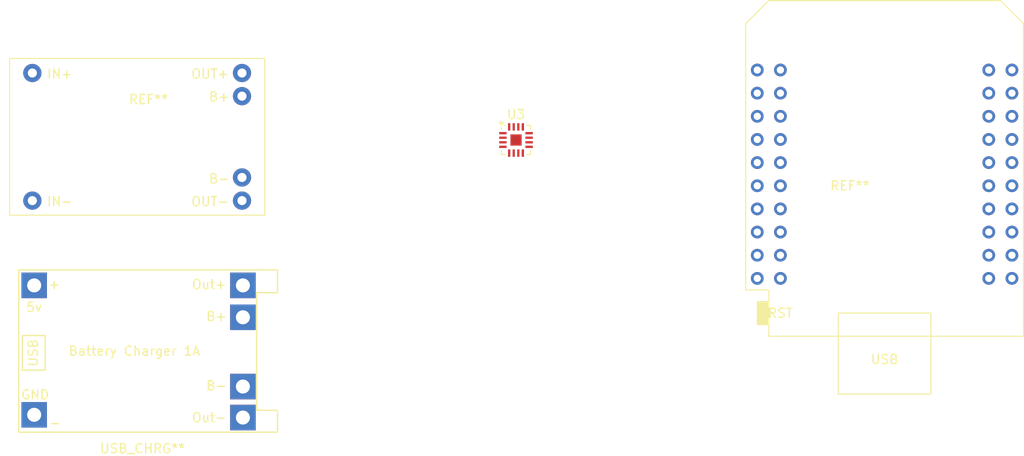
<source format=kicad_pcb>
(kicad_pcb (version 20240108) (generator "pcbnew") (generator_version "8.0")
  (layers (0 "F.Cu" signal) (31 "B.Cu" signal) (34 "B.Paste" user) (35 "F.Paste" user) (36 "B.SilkS" user "B.Silkscreen") (37 "F.SilkS" user "F.Silkscreen") (38 "B.Mask" user) (39 "F.Mask" user) (44 "Edge.Cuts" user))
  (net 0 "")
  (net 1 "Net-(U2-IO_27)")
  (net 2 "Net-(U3-OUTN)")
  (net 3 "Net-(U2-IO_25)")
  (net 5 "+5V")
  (net 7 "GND")
  (net 10 "Net-(U3-OUTP)")
  (net 11 "Net-(U2-IO_26{slash}D0)")
  (footprint "footprints:TP4056-18650" (layer "F.Cu") (at 59 62.5)
    (property "Reference" "USB_CHRG**" (at 13.6 19.6 0) (layer "F.SilkS"))
    (property "Value" "TP4056-18650")
    (fp_line (start 0 0) (end 26.3 0) (stroke (width 0.15)) (layer "F.SilkS"))
    (fp_line (start 0 17.8) (end 0 0) (stroke (width 0.15)) (layer "F.SilkS"))
    (fp_line (start 0.4 7.2) (end 2.9 7.2) (stroke (width 0.15)) (layer "F.SilkS"))
    (fp_line (start 0.4 11) (end 0.4 7.3) (stroke (width 0.15)) (layer "F.SilkS"))
    (fp_line (start 2.9 7.2) (end 2.9 11) (stroke (width 0.15)) (layer "F.SilkS"))
    (fp_line (start 2.9 11) (end 0.4 11) (stroke (width 0.15)) (layer "F.SilkS"))
    (fp_line (start 26.1 2.5) (end 26.1 15.4) (stroke (width 0.15)) (layer "F.SilkS"))
    (fp_line (start 26.1 15.4) (end 26.4 15.4) (stroke (width 0.15)) (layer "F.SilkS"))
    (fp_line (start 26.3 0) (end 28.4 0) (stroke (width 0.15)) (layer "F.SilkS"))
    (fp_line (start 26.3 15.4) (end 28.4 15.4) (stroke (width 0.15)) (layer "F.SilkS"))
    (fp_line (start 28.4 0) (end 28.4 2.5) (stroke (width 0.15)) (layer "F.SilkS"))
    (fp_line (start 28.4 2.5) (end 26.1 2.5) (stroke (width 0.15)) (layer "F.SilkS"))
    (fp_line (start 28.4 15.4) (end 28.4 15.7) (stroke (width 0.15)) (layer "F.SilkS"))
    (fp_line (start 28.4 15.7) (end 28.4 17.8) (stroke (width 0.15)) (layer "F.SilkS"))
    (fp_line (start 28.4 17.8) (end 0 17.8) (stroke (width 0.15)) (layer "F.SilkS"))
    (fp_text user "Out-" (at 20.9 16.2 0) (layer "F.SilkS"))
    (fp_text user "Battery Charger 1A" (at 12.7 8.9 0) (layer "F.SilkS"))
    (fp_text user "USB" (at 1.6 9.1 90) (layer "F.SilkS"))
    (fp_text user "5v" (at 1.7 4.1 0) (layer "F.SilkS"))
    (fp_text user "B+" (at 21.7 5.1 0) (layer "F.SilkS"))
    (fp_text user "-" (at 4 16.8 0) (layer "F.SilkS"))
    (fp_text user "+" (at 3.9 1.6 0) (layer "F.SilkS"))
    (fp_text user "B-" (at 21.7 12.7 0) (layer "F.SilkS"))
    (fp_text user "Out+" (at 20.9 1.6 0) (layer "F.SilkS"))
    (fp_text user "GND" (at 1.8 13.7 0) (layer "F.SilkS"))
    (pad "1" thru_hole rect (at 1.7 1.7) (size 2.8 2.8) (drill 1.54) (layers "*.Cu" "*.Mask"))
    (pad "2" thru_hole rect (at 1.7 15.9) (size 2.8 2.8) (drill 1.54) (layers "*.Cu" "*.Mask"))
    (pad "3" thru_hole rect (at 24.6 1.7) (size 2.8 2.8) (drill 1.54) (layers "*.Cu" "*.Mask"))
    (pad "4" thru_hole rect (at 24.6 16.2) (size 2.8 2.8) (drill 1.54) (layers "*.Cu" "*.Mask"))
    (pad "5" thru_hole rect (at 24.6 5.2) (size 2.8 2.8) (drill 1.54) (layers "*.Cu" "*.Mask"))
    (pad "6" thru_hole rect (at 24.6 12.8) (size 2.8 2.8) (drill 1.54) (layers "*.Cu" "*.Mask"))
  )
  (footprint "footprints:TP4056-Module" (layer "F.Cu") (at 58 56.5)
    (property "Reference" "REF**" (at 15.24 -12.7 0) (layer "F.SilkS"))
    (property "Value" "TP4056-Module")
    (fp_line (start 0 -17.2) (end 0 0) (stroke (width 0.12)) (layer "F.SilkS"))
    (fp_line (start 0 -17.2) (end 28 -17.2) (stroke (width 0.12)) (layer "F.SilkS"))
    (fp_line (start 0 0) (end 28 0) (stroke (width 0.12)) (layer "F.SilkS"))
    (fp_line (start 28 -17.2) (end 28 0) (stroke (width 0.12)) (layer "F.SilkS"))
    (fp_text user "B+" (at 23 -13 0) (layer "F.SilkS"))
    (fp_text user "IN+" (at 5.5 -15.5 0) (layer "F.SilkS"))
    (fp_text user "B-" (at 23 -4 0) (layer "F.SilkS"))
    (fp_text user "OUT+" (at 22 -15.5 0) (layer "F.SilkS"))
    (fp_text user "IN-" (at 5.5 -1.5 0) (layer "F.SilkS"))
    (fp_text user "OUT-" (at 22 -1.5 0) (layer "F.SilkS"))
    (pad "1" thru_hole circle (at 2.5 -15.6) (size 2 2) (drill 1) (layers "*.Cu" "*.Mask"))
    (pad "2" thru_hole circle (at 2.5 -1.6) (size 2 2) (drill 1) (layers "*.Cu" "*.Mask"))
    (pad "3" thru_hole circle (at 25.5 -15.6) (size 2 2) (drill 1) (layers "*.Cu" "*.Mask"))
    (pad "4" thru_hole circle (at 25.5 -1.6) (size 2 2) (drill 1) (layers "*.Cu" "*.Mask"))
    (pad "5" thru_hole circle (at 25.5 -13.06) (size 2 2) (drill 1) (layers "*.Cu" "*.Mask"))
    (pad "6" thru_hole circle (at 25.5 -4.14) (size 2 2) (drill 1) (layers "*.Cu" "*.Mask"))
  )
  (footprint "Package_DFN_QFN:TQFN-16-1EP_3x3mm_P0.5mm_EP1.23x1.23mm" (layer "F.Cu") (at 113.5625 48.25)
    (property "Reference" "U3" (at 0 -2.8 0) (layer "F.SilkS"))
    (property "Value" "MAX98357A")
    (fp_line (start -1.61 -1.135) (end -1.61 -1.37) (stroke (width 0.12)) (layer "F.SilkS"))
    (fp_line (start -1.61 1.61) (end -1.61 1.135) (stroke (width 0.12)) (layer "F.SilkS"))
    (fp_line (start -1.135 -1.61) (end -1.31 -1.61) (stroke (width 0.12)) (layer "F.SilkS"))
    (fp_line (start -1.135 1.61) (end -1.61 1.61) (stroke (width 0.12)) (layer "F.SilkS"))
    (fp_line (start 1.135 -1.61) (end 1.61 -1.61) (stroke (width 0.12)) (layer "F.SilkS"))
    (fp_line (start 1.135 1.61) (end 1.61 1.61) (stroke (width 0.12)) (layer "F.SilkS"))
    (fp_line (start 1.61 -1.61) (end 1.61 -1.135) (stroke (width 0.12)) (layer "F.SilkS"))
    (fp_line (start 1.61 1.61) (end 1.61 1.135) (stroke (width 0.12)) (layer "F.SilkS"))
    (fp_poly (pts (xy -1.61 -1.61) (xy -1.85 -1.94) (xy -1.37 -1.94) (xy -1.61 -1.61)) (stroke (width 0.12)) (fill solid) (layer "F.SilkS"))
    (pad "1" smd roundrect (at -1.4375 -0.75) (size 0.825 0.25) (layers "F.Cu" "F.Paste" "F.Mask") (net 3 "Net-(U2-IO_25)"))
    (pad "2" smd roundrect (at -1.4375 -0.25) (size 0.825 0.25) (layers "F.Cu" "F.Paste" "F.Mask"))
    (pad "3" smd roundrect (at -1.4375 0.25) (size 0.825 0.25) (layers "F.Cu" "F.Paste" "F.Mask") (net 7 "GND"))
    (pad "4" smd roundrect (at -1.4375 0.75) (size 0.825 0.25) (layers "F.Cu" "F.Paste" "F.Mask"))
    (pad "5" smd roundrect (at -0.75 1.4375) (size 0.25 0.825) (layers "F.Cu" "F.Paste" "F.Mask"))
    (pad "6" smd roundrect (at -0.25 1.4375) (size 0.25 0.825) (layers "F.Cu" "F.Paste" "F.Mask"))
    (pad "7" smd roundrect (at 0.25 1.4375) (size 0.25 0.825) (layers "F.Cu" "F.Paste" "F.Mask") (net 5 "+5V"))
    (pad "8" smd roundrect (at 0.75 1.4375) (size 0.25 0.825) (layers "F.Cu" "F.Paste" "F.Mask") (net 5 "+5V"))
    (pad "9" smd roundrect (at 1.4375 0.75) (size 0.825 0.25) (layers "F.Cu" "F.Paste" "F.Mask") (net 10 "Net-(U3-OUTP)"))
    (pad "10" smd roundrect (at 1.4375 0.25) (size 0.825 0.25) (layers "F.Cu" "F.Paste" "F.Mask") (net 2 "Net-(U3-OUTN)"))
    (pad "11" smd roundrect (at 1.4375 -0.25) (size 0.825 0.25) (layers "F.Cu" "F.Paste" "F.Mask") (net 7 "GND"))
    (pad "12" smd roundrect (at 1.4375 -0.75) (size 0.825 0.25) (layers "F.Cu" "F.Paste" "F.Mask"))
    (pad "13" smd roundrect (at 0.75 -1.4375) (size 0.25 0.825) (layers "F.Cu" "F.Paste" "F.Mask"))
    (pad "14" smd roundrect (at 0.25 -1.4375) (size 0.25 0.825) (layers "F.Cu" "F.Paste" "F.Mask") (net 11 "Net-(U2-IO_26{slash}D0)"))
    (pad "15" smd roundrect (at -0.25 -1.4375) (size 0.25 0.825) (layers "F.Cu" "F.Paste" "F.Mask") (net 7 "GND"))
    (pad "16" smd roundrect (at -0.75 -1.4375) (size 0.25 0.825) (layers "F.Cu" "F.Paste" "F.Mask") (net 1 "Net-(U2-IO_27)"))
    (pad "17" smd rect (at 0 0) (size 1.23 1.23) (property pad_prop_heatsink) (layers "F.Cu" "F.Mask"))
  )
  (footprint "Library:ESP32_mini" (layer "F.Cu") (at 154 52)
    (property "Reference" "REF**" (at -3.81 1.27 0) (layer "F.SilkS"))
    (property "Value" "mini ESP32")
    (fp_line (start -15.24 -16.51) (end -15.24 12.7) (stroke (width 0.12)) (layer "F.SilkS"))
    (fp_line (start -15.24 12.7) (end -12.7 12.7) (stroke (width 0.12)) (layer "F.SilkS"))
    (fp_line (start -12.7 -19.05) (end -15.24 -16.51) (stroke (width 0.12)) (layer "F.SilkS"))
    (fp_line (start -12.7 -19.05) (end -11.43 -19.05) (stroke (width 0.12)) (layer "F.SilkS"))
    (fp_line (start -12.7 12.7) (end -12.7 17.78) (stroke (width 0.12)) (layer "F.SilkS"))
    (fp_line (start -12.7 17.78) (end 15.24 17.78) (stroke (width 0.12)) (layer "F.SilkS"))
    (fp_line (start -5.08 15.24) (end 5.08 15.24) (stroke (width 0.12)) (layer "F.SilkS"))
    (fp_line (start -5.08 17.78) (end -5.08 15.24) (stroke (width 0.12)) (layer "F.SilkS"))
    (fp_line (start -5.08 17.78) (end -5.08 24.13) (stroke (width 0.12)) (layer "F.SilkS"))
    (fp_line (start -5.08 24.13) (end 5.08 24.13) (stroke (width 0.12)) (layer "F.SilkS"))
    (fp_line (start 5.08 15.24) (end 5.08 17.78) (stroke (width 0.12)) (layer "F.SilkS"))
    (fp_line (start 5.08 24.13) (end 5.08 17.78) (stroke (width 0.12)) (layer "F.SilkS"))
    (fp_line (start 12.7 -19.05) (end -11.43 -19.05) (stroke (width 0.12)) (layer "F.SilkS"))
    (fp_line (start 12.7 -19.05) (end 15.24 -16.51) (stroke (width 0.12)) (layer "F.SilkS"))
    (fp_line (start 15.24 -16.51) (end 15.24 17.78) (stroke (width 0.12)) (layer "F.SilkS"))
    (fp_poly (pts (xy -13.97 16.51) (xy -13.97 13.97) (xy -12.7 13.97) (xy -12.7 16.51)) (stroke (width 0.1)) (fill solid) (layer "F.SilkS"))
    (fp_text user "USB" (at 0 20.32 0) (layer "F.SilkS"))
    (fp_text user "RST" (at -11.43 15.24 0) (layer "F.SilkS"))
    (pad "1" thru_hole circle (at -13.97 -11.43 270) (size 1.4 1.4) (drill 0.8) (layers "*.Cu" "*.Mask"))
    (pad "2" thru_hole circle (at -11.43 -11.43 270) (size 1.4 1.4) (drill 0.8) (layers "*.Cu" "*.Mask"))
    (pad "3" thru_hole circle (at -13.97 -8.89 270) (size 1.4 1.4) (drill 0.8) (layers "*.Cu" "*.Mask"))
    (pad "4" thru_hole circle (at -11.43 -8.89 270) (size 1.4 1.4) (drill 0.8) (layers "*.Cu" "*.Mask"))
    (pad "5" thru_hole circle (at -13.97 -6.35 270) (size 1.4 1.4) (drill 0.8) (layers "*.Cu" "*.Mask"))
    (pad "6" thru_hole circle (at -11.43 -6.35 270) (size 1.4 1.4) (drill 0.8) (layers "*.Cu" "*.Mask"))
    (pad "7" thru_hole circle (at -13.97 -3.81 270) (size 1.4 1.4) (drill 0.8) (layers "*.Cu" "*.Mask"))
    (pad "8" thru_hole circle (at -11.43 -3.81 270) (size 1.4 1.4) (drill 0.8) (layers "*.Cu" "*.Mask"))
    (pad "9" thru_hole circle (at -13.97 -1.27 270) (size 1.4 1.4) (drill 0.8) (layers "*.Cu" "*.Mask"))
    (pad "10" thru_hole circle (at -11.43 -1.27 270) (size 1.4 1.4) (drill 0.8) (layers "*.Cu" "*.Mask"))
    (pad "11" thru_hole circle (at -13.97 1.27 270) (size 1.4 1.4) (drill 0.8) (layers "*.Cu" "*.Mask"))
    (pad "12" thru_hole circle (at -11.43 1.27 270) (size 1.4 1.4) (drill 0.8) (layers "*.Cu" "*.Mask"))
    (pad "13" thru_hole circle (at -13.97 3.81 270) (size 1.4 1.4) (drill 0.8) (layers "*.Cu" "*.Mask"))
    (pad "14" thru_hole circle (at -11.43 3.81 270) (size 1.4 1.4) (drill 0.8) (layers "*.Cu" "*.Mask"))
    (pad "15" thru_hole circle (at -13.97 6.35 270) (size 1.4 1.4) (drill 0.8) (layers "*.Cu" "*.Mask"))
    (pad "16" thru_hole circle (at -11.43 6.35 270) (size 1.4 1.4) (drill 0.8) (layers "*.Cu" "*.Mask"))
    (pad "17" thru_hole circle (at -13.97 8.89 270) (size 1.4 1.4) (drill 0.8) (layers "*.Cu" "*.Mask"))
    (pad "18" thru_hole circle (at -11.43 8.89 270) (size 1.4 1.4) (drill 0.8) (layers "*.Cu" "*.Mask"))
    (pad "19" thru_hole circle (at -13.97 11.43 270) (size 1.4 1.4) (drill 0.8) (layers "*.Cu" "*.Mask"))
    (pad "20" thru_hole circle (at -11.43 11.43 270) (size 1.4 1.4) (drill 0.8) (layers "*.Cu" "*.Mask"))
    (pad "21" thru_hole circle (at 11.43 -11.43 270) (size 1.4 1.4) (drill 0.8) (layers "*.Cu" "*.Mask"))
    (pad "22" thru_hole circle (at 13.97 -11.43 270) (size 1.4 1.4) (drill 0.8) (layers "*.Cu" "*.Mask"))
    (pad "23" thru_hole circle (at 11.43 -8.89 270) (size 1.4 1.4) (drill 0.8) (layers "*.Cu" "*.Mask"))
    (pad "24" thru_hole circle (at 13.97 -8.89 270) (size 1.4 1.4) (drill 0.8) (layers "*.Cu" "*.Mask"))
    (pad "25" thru_hole circle (at 11.43 -6.35 270) (size 1.4 1.4) (drill 0.8) (layers "*.Cu" "*.Mask"))
    (pad "26" thru_hole circle (at 13.97 -6.35 270) (size 1.4 1.4) (drill 0.8) (layers "*.Cu" "*.Mask"))
    (pad "27" thru_hole circle (at 11.43 -3.81 270) (size 1.4 1.4) (drill 0.8) (layers "*.Cu" "*.Mask"))
    (pad "28" thru_hole circle (at 13.97 -3.81 270) (size 1.4 1.4) (drill 0.8) (layers "*.Cu" "*.Mask"))
    (pad "29" thru_hole circle (at 11.43 -1.27 270) (size 1.4 1.4) (drill 0.8) (layers "*.Cu" "*.Mask"))
    (pad "30" thru_hole circle (at 13.97 -1.27 270) (size 1.4 1.4) (drill 0.8) (layers "*.Cu" "*.Mask"))
    (pad "31" thru_hole circle (at 11.43 1.27 270) (size 1.4 1.4) (drill 0.8) (layers "*.Cu" "*.Mask"))
    (pad "32" thru_hole circle (at 13.97 1.27 270) (size 1.4 1.4) (drill 0.8) (layers "*.Cu" "*.Mask"))
    (pad "33" thru_hole circle (at 11.43 3.81 270) (size 1.4 1.4) (drill 0.8) (layers "*.Cu" "*.Mask"))
    (pad "34" thru_hole circle (at 13.97 3.81 270) (size 1.4 1.4) (drill 0.8) (layers "*.Cu" "*.Mask"))
    (pad "35" thru_hole circle (at 11.43 6.35 270) (size 1.4 1.4) (drill 0.8) (layers "*.Cu" "*.Mask"))
    (pad "36" thru_hole circle (at 13.97 6.35 270) (size 1.4 1.4) (drill 0.8) (layers "*.Cu" "*.Mask"))
    (pad "37" thru_hole circle (at 11.43 8.89 270) (size 1.4 1.4) (drill 0.8) (layers "*.Cu" "*.Mask"))
    (pad "38" thru_hole circle (at 13.97 8.89 270) (size 1.4 1.4) (drill 0.8) (layers "*.Cu" "*.Mask"))
    (pad "39" thru_hole circle (at 11.43 11.43 270) (size 1.4 1.4) (drill 0.8) (layers "*.Cu" "*.Mask"))
    (pad "40" thru_hole circle (at 13.97 11.43 270) (size 1.4 1.4) (drill 0.8) (layers "*.Cu" "*.Mask"))
  )
)
</source>
